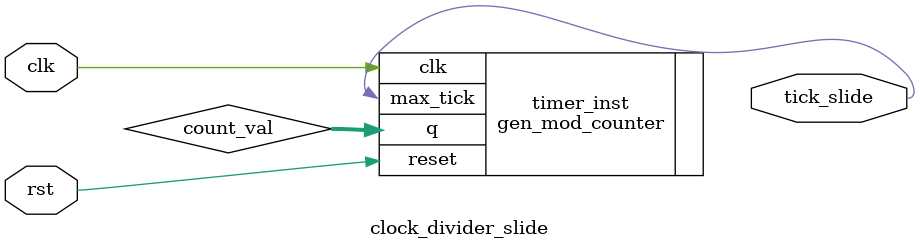
<source format=v>
module clock_divider_slide (
    input wire clk,      
    input wire rst,      
    output wire tick_slide 
);
    localparam LIMIT = 16666666;
    localparam BITS  = 25;
    wire [BITS-1:0] count_val;
    //Instantiation
    gen_mod_counter #(.N(BITS), .M(LIMIT)) timer_inst (
        .clk(clk),
        .reset(rst),
        .max_tick(tick_slide),
        .q(count_val)          
    );

endmodule


</source>
